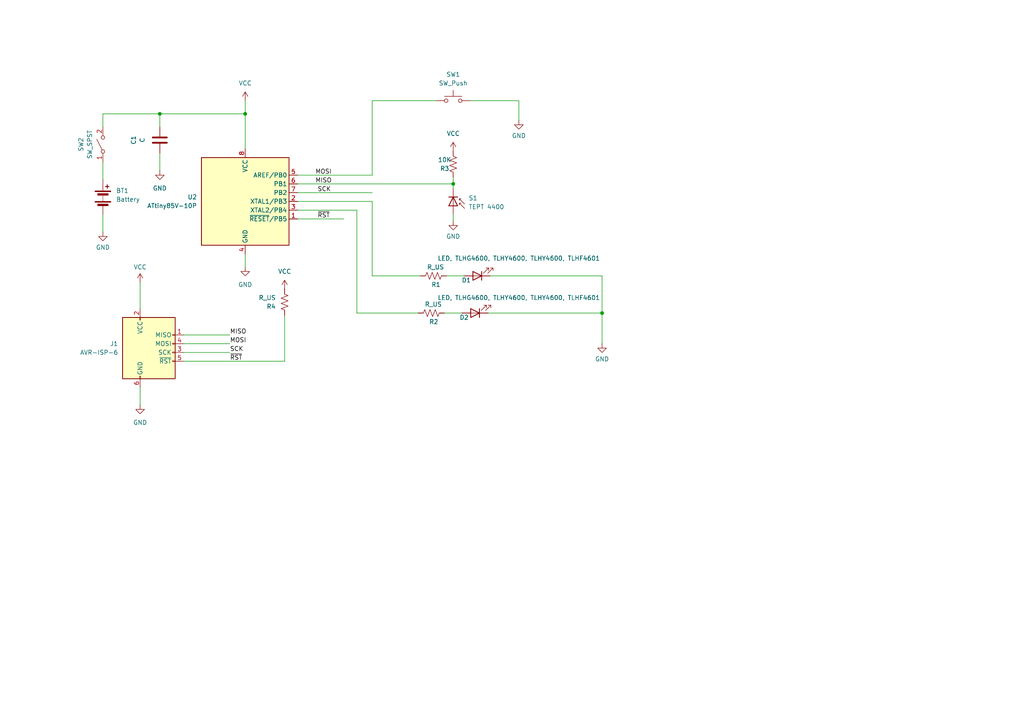
<source format=kicad_sch>
(kicad_sch (version 20250114) (generator "eeschema") (generator_version "9.0")
  (paper "A4")
  (lib_symbols
    (symbol "Connector:AVR-ISP-6" (pin_names (offset 1.016))
      (property "Reference" "J" (at -6.35 11.43 0))
      (property "Value" "AVR-ISP-6" (at 0 11.43 0))
      (symbol "AVR-ISP-6_0_1"
        (rectangle (start -2.667 10.16) (end -2.413 9.398))
        (rectangle (start -2.667 -6.858) (end -2.413 -7.62))
        (rectangle (start 7.62 10.16) (end -7.62 -7.62) (stroke (width 0.254)) (fill (type background)))
        (rectangle (start 7.62 5.207) (end 6.858 4.953))
        (rectangle (start 7.62 2.667) (end 6.858 2.413))
        (rectangle (start 7.62 0.127) (end 6.858 -0.127))
        (rectangle (start 7.62 -2.413) (end 6.858 -2.667))
      )
      (symbol "AVR-ISP-6_1_1"
        (pin passive line (at -2.54 12.7 270) (length 2.54) (name "VCC") (number "2"))
        (pin passive line (at -2.54 -10.16 90) (length 2.54) (name "GND") (number "6"))
        (pin passive line (at 10.16 5.08 180) (length 2.54) (name "MISO") (number "1"))
        (pin passive line (at 10.16 2.54 180) (length 2.54) (name "MOSI") (number "4"))
        (pin passive line (at 10.16 0 180) (length 2.54) (name "SCK") (number "3"))
        (pin passive line (at 10.16 -2.54 180) (length 2.54) (name "~{RST}") (number "5"))
      )
    )
    (symbol "Device:Battery" (pin_numbers (hide yes)) (pin_names (offset 0) (hide yes))
      (property "Reference" "BT" (at 2.54 2.54 0))
      (property "Value" "Battery" (at 2.54 0 0))
      (symbol "Battery_0_1"
        (rectangle (start -2.286 1.778) (end 2.286 1.524) (fill (type outline)))
        (rectangle (start -2.286 -1.27) (end 2.286 -1.524) (fill (type outline)))
        (rectangle (start -1.524 1.016) (end 1.524 0.508) (fill (type outline)))
        (rectangle (start -1.524 -2.032) (end 1.524 -2.54) (fill (type outline)))
        (polyline (pts (xy 0 1.778) (xy 0 2.54)))
        (polyline (pts (xy 0 0) (xy 0 0.254)))
        (polyline (pts (xy 0 -0.508) (xy 0 -0.254)))
        (polyline (pts (xy 0 -1.016) (xy 0 -0.762)))
        (polyline (pts (xy 0.762 3.048) (xy 1.778 3.048)) (stroke (width 0.254)))
        (polyline (pts (xy 1.27 3.556) (xy 1.27 2.54)) (stroke (width 0.254)))
      )
      (symbol "Battery_1_1"
        (pin passive line (at 0 5.08 270) (length 2.54) (name "+") (number "1"))
        (pin passive line (at 0 -5.08 90) (length 2.54) (name "-") (number "2"))
      )
    )
    (symbol "Device:C" (pin_numbers (hide yes)) (pin_names (offset 0.254))
      (property "Reference" "C" (at 0.635 2.54 0))
      (property "Value" "C" (at 0.635 -2.54 0))
      (symbol "C_0_1"
        (polyline (pts (xy -2.032 0.762) (xy 2.032 0.762)) (stroke (width 0.508)))
        (polyline (pts (xy -2.032 -0.762) (xy 2.032 -0.762)) (stroke (width 0.508)))
      )
      (symbol "C_1_1"
        (pin passive line (at 0 3.81 270) (length 2.794) (name "~") (number "1"))
        (pin passive line (at 0 -3.81 90) (length 2.794) (name "~") (number "2"))
      )
    )
    (symbol "Device:D_Photo" (pin_numbers (hide yes)) (pin_names (hide yes))
      (property "Reference" "D" (at 0.508 1.778 0))
      (property "Value" "D_Photo" (at -1.016 -2.794 0))
      (symbol "D_Photo_0_1"
        (polyline (pts (xy -2.54 1.27) (xy -2.54 -1.27)) (stroke (width 0.254)))
        (polyline (pts (xy -2.032 1.778) (xy -1.524 1.778)))
        (polyline (pts (xy -0.508 3.302) (xy -2.032 1.778) (xy -2.032 2.286)))
        (polyline (pts (xy 0 0) (xy -2.54 0)))
        (polyline (pts (xy 0 -1.27) (xy 0 1.27) (xy -2.54 0) (xy 0 -1.27)) (stroke (width 0.254)))
        (polyline (pts (xy 0.762 3.302) (xy -0.762 1.778) (xy -0.762 2.286) (xy -0.762 1.778) (xy -0.254 1.778)))
      )
      (symbol "D_Photo_1_1"
        (pin passive line (at -5.08 0 0) (length 2.54) (name "K") (number "1"))
        (pin passive line (at 2.54 0 180) (length 2.54) (name "A") (number "2"))
      )
    )
    (symbol "Device:LED" (pin_numbers (hide yes)) (pin_names (offset 1.016) (hide yes))
      (property "Reference" "D" (at 0 2.54 0))
      (property "Value" "LED" (at 0 -2.54 0))
      (symbol "LED_0_1"
        (polyline (pts (xy -3.048 -0.762) (xy -4.572 -2.286) (xy -3.81 -2.286) (xy -4.572 -2.286) (xy -4.572 -1.524)))
        (polyline (pts (xy -1.778 -0.762) (xy -3.302 -2.286) (xy -2.54 -2.286) (xy -3.302 -2.286) (xy -3.302 -1.524)))
        (polyline (pts (xy -1.27 0) (xy 1.27 0)))
        (polyline (pts (xy -1.27 -1.27) (xy -1.27 1.27)) (stroke (width 0.254)))
        (polyline (pts (xy 1.27 -1.27) (xy 1.27 1.27) (xy -1.27 0) (xy 1.27 -1.27)) (stroke (width 0.254)))
      )
      (symbol "LED_1_1"
        (pin passive line (at -3.81 0 0) (length 2.54) (name "K") (number "1"))
        (pin passive line (at 3.81 0 180) (length 2.54) (name "A") (number "2"))
      )
    )
    (symbol "Device:R_US" (pin_numbers (hide yes)) (pin_names (offset 0))
      (property "Reference" "R" (at 2.54 0 90))
      (property "Value" "R_US" (at -2.54 0 90))
      (symbol "R_US_0_1"
        (polyline (pts (xy 0 2.286) (xy 0 2.54)))
        (polyline (pts (xy 0 2.286) (xy 1.016 1.905) (xy 0 1.524) (xy -1.016 1.143) (xy 0 0.762)))
        (polyline (pts (xy 0 0.762) (xy 1.016 0.381) (xy 0 0) (xy -1.016 -0.381) (xy 0 -0.762)))
        (polyline (pts (xy 0 -0.762) (xy 1.016 -1.143) (xy 0 -1.524) (xy -1.016 -1.905) (xy 0 -2.286)))
        (polyline (pts (xy 0 -2.286) (xy 0 -2.54)))
      )
      (symbol "R_US_1_1"
        (pin passive line (at 0 3.81 270) (length 1.27) (name "~") (number "1"))
        (pin passive line (at 0 -3.81 90) (length 1.27) (name "~") (number "2"))
      )
    )
    (symbol "MCU_Microchip_ATtiny:ATtiny85V-10P"
      (property "Reference" "U" (at -12.7 13.97 0))
      (property "Value" "ATtiny85V-10P" (at 2.54 -13.97 0))
      (symbol "ATtiny85V-10P_0_1"
        (rectangle (start -12.7 -12.7) (end 12.7 12.7) (stroke (width 0.254)) (fill (type background)))
      )
      (symbol "ATtiny85V-10P_1_1"
        (pin power_in line (at 0 15.24 270) (length 2.54) (name "VCC") (number "8"))
        (pin power_in line (at 0 -15.24 90) (length 2.54) (name "GND") (number "4"))
        (pin bidirectional line (at 15.24 7.62 180) (length 2.54) (name "AREF/PB0") (number "5"))
        (pin bidirectional line (at 15.24 5.08 180) (length 2.54) (name "PB1") (number "6"))
        (pin bidirectional line (at 15.24 2.54 180) (length 2.54) (name "PB2") (number "7"))
        (pin bidirectional line (at 15.24 0 180) (length 2.54) (name "XTAL1/PB3") (number "2"))
        (pin bidirectional line (at 15.24 -2.54 180) (length 2.54) (name "XTAL2/PB4") (number "3"))
        (pin bidirectional line (at 15.24 -5.08 180) (length 2.54) (name "~{RESET}/PB5") (number "1"))
      )
    )
    (symbol "Switch:SW_Push" (pin_numbers (hide yes)) (pin_names (offset 1.016) (hide yes))
      (property "Reference" "SW" (at 1.27 2.54 0))
      (property "Value" "SW_Push" (at 0 -1.524 0))
      (symbol "SW_Push_0_1"
        (circle (center -2.032 0) (radius 0.508))
        (polyline (pts (xy 0 1.27) (xy 0 3.048)))
        (circle (center 2.032 0) (radius 0.508))
        (polyline (pts (xy 2.54 1.27) (xy -2.54 1.27)))
        (pin passive line (at -5.08 0 0) (length 2.54) (name "1") (number "1"))
        (pin passive line (at 5.08 0 180) (length 2.54) (name "2") (number "2"))
      )
    )
    (symbol "Switch:SW_SPST" (pin_names (offset 0) (hide yes))
      (property "Reference" "SW" (at 0 3.175 0))
      (property "Value" "SW_SPST" (at 0 -2.54 0))
      (symbol "SW_SPST_0_0"
        (circle (center -2.032 0) (radius 0.508))
        (polyline (pts (xy -1.524 0.254) (xy 1.524 1.778)))
        (circle (center 2.032 0) (radius 0.508))
      )
      (symbol "SW_SPST_1_1"
        (pin passive line (at -5.08 0 0) (length 2.54) (name "A") (number "1"))
        (pin passive line (at 5.08 0 180) (length 2.54) (name "B") (number "2"))
      )
    )
    (symbol "power:GND" (power) (pin_numbers (hide yes)) (pin_names (offset 0) (hide yes))
      (property "Value" "GND" (at 0 -3.81 0))
      (symbol "GND_0_1"
        (polyline (pts (xy 0 0) (xy 0 -1.27) (xy 1.27 -1.27) (xy 0 -2.54) (xy -1.27 -1.27) (xy 0 -1.27)))
      )
      (symbol "GND_1_1"
        (pin power_in line (at 0 0 270) (length 0) (name "~") (number "1"))
      )
    )
    (symbol "power:VCC" (power) (pin_numbers (hide yes)) (pin_names (offset 0) (hide yes))
      (property "Value" "VCC" (at 0 3.556 0))
      (symbol "VCC_0_1"
        (polyline (pts (xy -0.762 1.27) (xy 0 2.54)))
        (polyline (pts (xy 0 2.54) (xy 0.762 1.27)))
        (polyline (pts (xy 0 0) (xy 0 2.54)))
      )
      (symbol "VCC_1_1"
        (pin power_in line (at 0 0 90) (length 0) (name "~") (number "1"))
      )
    )
  )
  (junction (at 131.445 53.34))
  (junction (at 174.625 90.805))
  (junction (at 46.355 33.02))
  (junction (at 71.12 33.02))
  (wire (pts (xy 86.36 55.88) (xy 107.95 55.88)))
  (wire (pts (xy 136.525 29.21) (xy 150.495 29.21)))
  (wire (pts (xy 150.495 29.21) (xy 150.495 34.925)))
  (wire (pts (xy 174.625 80.01) (xy 174.625 90.805)))
  (wire (pts (xy 131.445 51.435) (xy 131.445 53.34)))
  (wire (pts (xy 131.445 62.23) (xy 131.445 64.135)))
  (wire (pts (xy 107.95 80.01) (xy 107.95 58.42)))
  (wire (pts (xy 29.845 33.02) (xy 46.355 33.02)))
  (wire (pts (xy 141.605 90.805) (xy 174.625 90.805)))
  (wire (pts (xy 40.64 117.475) (xy 40.64 112.395)))
  (wire (pts (xy 29.845 62.23) (xy 29.845 67.31)))
  (wire (pts (xy 131.445 53.34) (xy 131.445 54.61)))
  (wire (pts (xy 142.24 80.01) (xy 174.625 80.01)))
  (wire (pts (xy 71.12 29.21) (xy 71.12 33.02)))
  (wire (pts (xy 107.95 80.01) (xy 121.92 80.01)))
  (wire (pts (xy 40.64 81.915) (xy 40.64 89.535)))
  (wire (pts (xy 71.12 33.02) (xy 71.12 43.18)))
  (wire (pts (xy 86.36 63.5) (xy 99.695 63.5)))
  (wire (pts (xy 128.905 90.805) (xy 133.985 90.805)))
  (wire (pts (xy 29.845 33.02) (xy 29.845 36.83)))
  (wire (pts (xy 103.505 90.805) (xy 121.285 90.805)))
  (wire (pts (xy 46.355 36.83) (xy 46.355 33.02)))
  (wire (pts (xy 71.12 73.66) (xy 71.12 77.47)))
  (wire (pts (xy 82.55 104.775) (xy 82.55 91.44)))
  (wire (pts (xy 86.36 50.8) (xy 107.95 50.8)))
  (wire (pts (xy 174.625 99.695) (xy 174.625 90.805)))
  (wire (pts (xy 53.34 97.155) (xy 66.675 97.155)))
  (wire (pts (xy 29.845 46.99) (xy 29.845 52.07)))
  (wire (pts (xy 107.95 29.21) (xy 107.95 50.8)))
  (wire (pts (xy 86.36 58.42) (xy 107.95 58.42)))
  (wire (pts (xy 53.34 99.695) (xy 66.675 99.695)))
  (wire (pts (xy 129.54 80.01) (xy 134.62 80.01)))
  (wire (pts (xy 126.365 29.21) (xy 107.95 29.21)))
  (wire (pts (xy 46.355 33.02) (xy 71.12 33.02)))
  (wire (pts (xy 53.34 104.775) (xy 82.55 104.775)))
  (wire (pts (xy 86.36 60.96) (xy 103.505 60.96)))
  (wire (pts (xy 53.34 102.235) (xy 66.675 102.235)))
  (wire (pts (xy 46.355 44.45) (xy 46.355 49.53)))
  (wire (pts (xy 103.505 60.96) (xy 103.505 90.805)))
  (wire (pts (xy 86.36 53.34) (xy 131.445 53.34)))
  (label "SCK" (at 66.675 102.235 0))
  (label "MOSI" (at 91.44 50.8 0))
  (label "MOSI" (at 66.675 99.695 0))
  (label "MISO" (at 66.675 97.155 0))
  (label "SCK" (at 92.075 55.88 0))
  (label "~{RST}" (at 66.675 104.775 0))
  (label "MISO" (at 91.44 53.34 0))
  (label "~{RST}" (at 92.075 63.5 0))
  (symbol (lib_id "power:GND") (at 131.445 64.135 0) (unit 1)
    (property "Reference" "#PWR09" (effects (hide yes)))
    (property "Value" "GND" (at 131.445 68.58 0))
    (property "Description" "Power symbol creates a global label with name \"GND\" , ground" (effects (hide yes)))
  )
  (symbol (lib_id "Device:D_Photo") (at 131.445 59.69 270) (unit 1)
    (property "Reference" "S1" (at 135.89 57.4674 90) (effects (justify left)))
    (property "Value" "TEPT 4400" (at 135.89 60.0074 90) (effects (justify left)))
    (property "Footprint" "Library:TEPT4400" (effects (hide yes)))
    (property "Description" "Photodiode" (effects (hide yes)))
  )
  (symbol (lib_id "power:VCC") (at 131.445 43.815 0) (unit 1)
    (property "Reference" "#PWR08" (effects (hide yes)))
    (property "Value" "VCC" (at 131.445 38.735 0))
    (property "Description" "Power symbol creates a global label with name \"VCC\"" (effects (hide yes)))
  )
  (symbol (lib_id "power:GND") (at 174.625 99.695 0) (unit 1)
    (property "Reference" "#PWR010" (effects (hide yes)))
    (property "Value" "GND" (at 174.625 104.14 0))
    (property "Description" "Power symbol creates a global label with name \"GND\" , ground" (effects (hide yes)))
  )
  (symbol (lib_id "Switch:SW_SPST") (at 29.845 41.91 90) (unit 1)
    (property "Reference" "SW2" (at 23.495 41.91 0))
    (property "Value" "SW_SPST" (at 26.035 41.91 0))
    (property "Footprint" "Library:LC 1258" (effects (hide yes)))
    (property "Description" "Single Pole Single Throw (SPST) switch" (effects (hide yes)))
  )
  (symbol (lib_id "power:GND") (at 29.845 67.31 0) (unit 1)
    (property "Reference" "#PWR01" (effects (hide yes)))
    (property "Value" "GND" (at 29.845 71.755 0))
    (property "Description" "Power symbol creates a global label with name \"GND\" , ground" (effects (hide yes)))
  )
  (symbol (lib_id "Device:C") (at 46.355 40.64 0) (unit 1)
    (property "Reference" "C1" (at 38.735 40.64 90))
    (property "Value" "C" (at 41.275 40.64 90))
    (property "Footprint" "Capacitor_THT:C_Disc_D4.3mm_W1.9mm_P5.00mm" (effects (hide yes)))
    (property "Description" "Unpolarized capacitor" (effects (hide yes)))
  )
  (symbol (lib_id "Switch:SW_Push") (at 131.445 29.21 0) (unit 1)
    (property "Reference" "SW1" (at 131.445 21.59 0))
    (property "Value" "SW_Push" (at 131.445 24.13 0))
    (property "Footprint" "Library:LC 1258" (effects (hide yes)))
    (property "Description" "Push button switch, generic, two pins" (effects (hide yes)))
  )
  (symbol (lib_id "power:VCC") (at 82.55 83.82 0) (unit 1)
    (property "Reference" "#PWR07" (effects (hide yes)))
    (property "Value" "VCC" (at 82.55 78.74 0))
    (property "Description" "Power symbol creates a global label with name \"VCC\"" (effects (hide yes)))
  )
  (symbol (lib_id "Device:LED") (at 137.795 90.805 180) (unit 1)
    (property "Reference" "D2" (at 134.62 92.075 0))
    (property "Value" "LED, TLHG4600, TLHY4600, TLHY4600, TLHF4601" (at 150.495 86.36 0))
    (property "Footprint" "LED_THT:LED_D3.0mm" (effects (hide yes)))
    (property "Description" "Light emitting diode" (effects (hide yes)))
    (property "Sim.Pins" "1=K 2=A" (effects (hide yes)))
  )
  (symbol (lib_id "Device:R_US") (at 125.095 90.805 270) (unit 1)
    (property "Reference" "R2" (at 124.46 93.345 90) (effects (justify left)))
    (property "Value" "R_US" (at 123.19 88.265 90) (effects (justify left)))
    (property "Footprint" "Capacitor_SMD:C_1206_3216Metric" (effects (hide yes)))
    (property "Description" "Resistor, US symbol" (effects (hide yes)))
  )
  (symbol (lib_id "power:VCC") (at 40.64 81.915 0) (unit 1)
    (property "Reference" "#PWR05" (effects (hide yes)))
    (property "Value" "VCC" (at 40.64 77.47 0))
    (property "Description" "Power symbol creates a global label with name \"VCC\"" (effects (hide yes)))
  )
  (symbol (lib_id "Device:R_US") (at 125.73 80.01 270) (unit 1)
    (property "Reference" "R1" (at 125.095 82.55 90) (effects (justify left)))
    (property "Value" "R_US" (at 123.825 77.47 90) (effects (justify left)))
    (property "Footprint" "Capacitor_SMD:C_1206_3216Metric" (effects (hide yes)))
    (property "Description" "Resistor, US symbol" (effects (hide yes)))
  )
  (symbol (lib_id "power:GND") (at 46.355 49.53 0) (unit 1)
    (property "Reference" "#PWR03" (effects (hide yes)))
    (property "Value" "GND" (at 46.355 54.61 0))
    (property "Description" "Power symbol creates a global label with name \"GND\" , ground" (effects (hide yes)))
  )
  (symbol (lib_id "power:VCC") (at 71.12 29.21 0) (unit 1)
    (property "Reference" "#PWR04" (effects (hide yes)))
    (property "Value" "VCC" (at 71.12 24.13 0))
    (property "Description" "Power symbol creates a global label with name \"VCC\"" (effects (hide yes)))
  )
  (symbol (lib_id "Connector:AVR-ISP-6") (at 43.18 102.235 0) (unit 1)
    (property "Reference" "J1" (at 34.29 99.6949 0) (effects (justify right)))
    (property "Value" "AVR-ISP-6" (at 34.29 102.2349 0) (effects (justify right)))
    (property "Footprint" "Connector_IDC:IDC-Header_2x03_P2.54mm_Vertical" (effects (hide yes)))
    (property "Description" "Atmel 6-pin ISP connector" (effects (hide yes)))
  )
  (symbol (lib_id "Device:R_US") (at 131.445 47.625 0) (unit 1)
    (property "Reference" "R3" (at 127.635 48.895 0) (effects (justify left)))
    (property "Value" "10K" (at 127 46.355 0) (effects (justify left)))
    (property "Footprint" "Capacitor_SMD:C_1206_3216Metric" (effects (hide yes)))
    (property "Description" "Resistor, US symbol" (effects (hide yes)))
  )
  (symbol (lib_id "Device:LED") (at 138.43 80.01 180) (unit 1)
    (property "Reference" "D1" (at 135.255 81.28 0))
    (property "Value" "LED, TLHG4600, TLHY4600, TLHY4600, TLHF4601" (at 150.495 74.93 0))
    (property "Footprint" "LED_THT:LED_D3.0mm" (effects (hide yes)))
    (property "Description" "Light emitting diode" (effects (hide yes)))
    (property "Sim.Pins" "1=K 2=A" (effects (hide yes)))
  )
  (symbol (lib_id "Device:Battery") (at 29.845 57.15 0) (unit 1)
    (property "Reference" "BT1" (at 33.655 55.3084 0) (effects (justify left)))
    (property "Value" "Battery" (at 33.655 57.8484 0) (effects (justify left)))
    (property "Footprint" "Battery:BatteryHolder_TruPower_BH-331P_3xAA" (effects (hide yes)))
    (property "Description" "Multiple-cell battery" (effects (hide yes)))
    (property "Sim.Device" "V" (effects (hide yes)))
    (property "Sim.Type" "DC" (effects (hide yes)))
    (property "Sim.Pins" "1=+ 2=-" (effects (hide yes)))
  )
  (symbol (lib_id "power:GND") (at 150.495 34.925 0) (unit 1)
    (property "Reference" "#PWR011" (effects (hide yes)))
    (property "Value" "GND" (at 150.495 39.37 0))
    (property "Description" "Power symbol creates a global label with name \"GND\" , ground" (effects (hide yes)))
  )
  (symbol (lib_id "MCU_Microchip_ATtiny:ATtiny85V-10P") (at 71.12 58.42 0) (unit 1)
    (property "Reference" "U2" (at 57.15 57.1499 0) (effects (justify right)))
    (property "Value" "ATtiny85V-10P" (at 57.15 59.6899 0) (effects (justify right)))
    (property "Footprint" "Package_DIP:DIP-8_W7.62mm" (effects (hide yes)))
    (property "Datasheet" "http://ww1.microchip.com/downloads/en/DeviceDoc/atmel-2586-avr-8-bit-microcontroller-attiny25-attiny45-attiny85_datasheet.pdf" (effects (hide yes)))
    (property "Description" "10MHz, 8kB Flash, 512B SRAM, 512B EEPROM, debugWIRE, DIP-8" (effects (hide yes)))
  )
  (symbol (lib_id "Device:R_US") (at 82.55 87.63 180) (unit 1)
    (property "Reference" "R4" (at 80.01 88.9001 0) (effects (justify left)))
    (property "Value" "R_US" (at 80.01 86.3601 0) (effects (justify left)))
    (property "Footprint" "Capacitor_SMD:C_1206_3216Metric" (effects (hide yes)))
    (property "Description" "Resistor, US symbol" (effects (hide yes)))
  )
  (symbol (lib_id "power:GND") (at 71.12 77.47 0) (unit 1)
    (property "Reference" "#PWR02" (effects (hide yes)))
    (property "Value" "GND" (at 71.12 82.55 0))
    (property "Description" "Power symbol creates a global label with name \"GND\" , ground" (effects (hide yes)))
  )
  (symbol (lib_id "power:GND") (at 40.64 117.475 0) (unit 1)
    (property "Reference" "#PWR06" (effects (hide yes)))
    (property "Value" "GND" (at 40.64 122.555 0))
    (property "Description" "Power symbol creates a global label with name \"GND\" , ground" (effects (hide yes)))
  )
)
</source>
